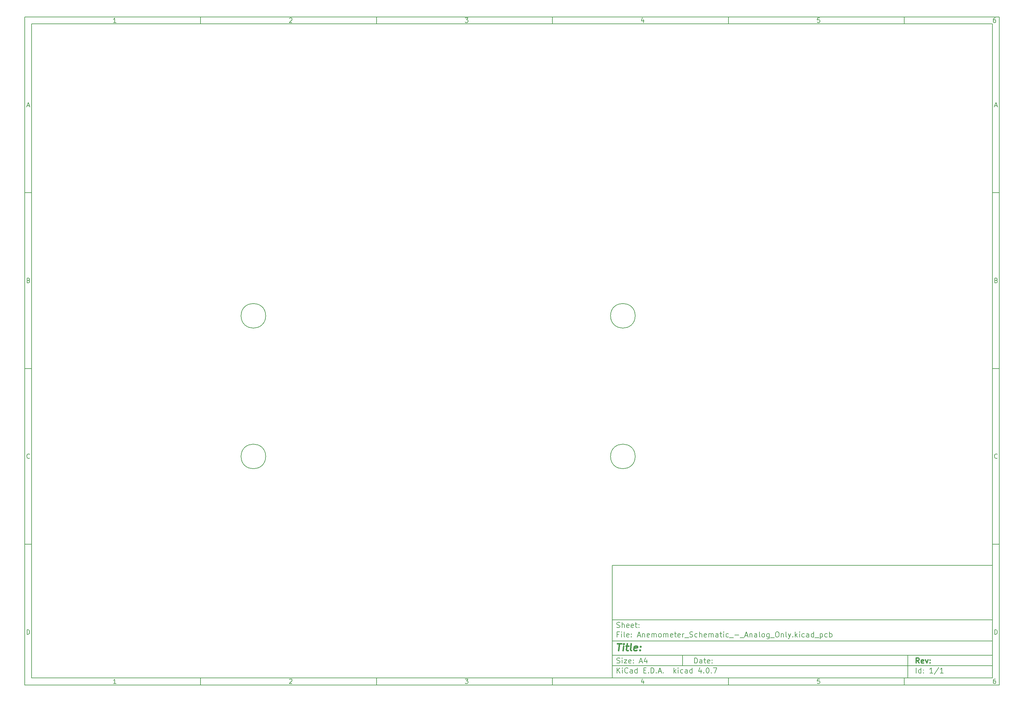
<source format=gbr>
G04 #@! TF.FileFunction,Other,Comment*
%FSLAX46Y46*%
G04 Gerber Fmt 4.6, Leading zero omitted, Abs format (unit mm)*
G04 Created by KiCad (PCBNEW 4.0.7) date Monday, February 19, 2018 'AMt' 09:37:46 AM*
%MOMM*%
%LPD*%
G01*
G04 APERTURE LIST*
%ADD10C,0.100000*%
%ADD11C,0.150000*%
%ADD12C,0.300000*%
%ADD13C,0.400000*%
G04 APERTURE END LIST*
D10*
D11*
X177002200Y-166007200D02*
X177002200Y-198007200D01*
X285002200Y-198007200D01*
X285002200Y-166007200D01*
X177002200Y-166007200D01*
D10*
D11*
X10000000Y-10000000D02*
X10000000Y-200007200D01*
X287002200Y-200007200D01*
X287002200Y-10000000D01*
X10000000Y-10000000D01*
D10*
D11*
X12000000Y-12000000D02*
X12000000Y-198007200D01*
X285002200Y-198007200D01*
X285002200Y-12000000D01*
X12000000Y-12000000D01*
D10*
D11*
X60000000Y-12000000D02*
X60000000Y-10000000D01*
D10*
D11*
X110000000Y-12000000D02*
X110000000Y-10000000D01*
D10*
D11*
X160000000Y-12000000D02*
X160000000Y-10000000D01*
D10*
D11*
X210000000Y-12000000D02*
X210000000Y-10000000D01*
D10*
D11*
X260000000Y-12000000D02*
X260000000Y-10000000D01*
D10*
D11*
X35990476Y-11588095D02*
X35247619Y-11588095D01*
X35619048Y-11588095D02*
X35619048Y-10288095D01*
X35495238Y-10473810D01*
X35371429Y-10597619D01*
X35247619Y-10659524D01*
D10*
D11*
X85247619Y-10411905D02*
X85309524Y-10350000D01*
X85433333Y-10288095D01*
X85742857Y-10288095D01*
X85866667Y-10350000D01*
X85928571Y-10411905D01*
X85990476Y-10535714D01*
X85990476Y-10659524D01*
X85928571Y-10845238D01*
X85185714Y-11588095D01*
X85990476Y-11588095D01*
D10*
D11*
X135185714Y-10288095D02*
X135990476Y-10288095D01*
X135557143Y-10783333D01*
X135742857Y-10783333D01*
X135866667Y-10845238D01*
X135928571Y-10907143D01*
X135990476Y-11030952D01*
X135990476Y-11340476D01*
X135928571Y-11464286D01*
X135866667Y-11526190D01*
X135742857Y-11588095D01*
X135371429Y-11588095D01*
X135247619Y-11526190D01*
X135185714Y-11464286D01*
D10*
D11*
X185866667Y-10721429D02*
X185866667Y-11588095D01*
X185557143Y-10226190D02*
X185247619Y-11154762D01*
X186052381Y-11154762D01*
D10*
D11*
X235928571Y-10288095D02*
X235309524Y-10288095D01*
X235247619Y-10907143D01*
X235309524Y-10845238D01*
X235433333Y-10783333D01*
X235742857Y-10783333D01*
X235866667Y-10845238D01*
X235928571Y-10907143D01*
X235990476Y-11030952D01*
X235990476Y-11340476D01*
X235928571Y-11464286D01*
X235866667Y-11526190D01*
X235742857Y-11588095D01*
X235433333Y-11588095D01*
X235309524Y-11526190D01*
X235247619Y-11464286D01*
D10*
D11*
X285866667Y-10288095D02*
X285619048Y-10288095D01*
X285495238Y-10350000D01*
X285433333Y-10411905D01*
X285309524Y-10597619D01*
X285247619Y-10845238D01*
X285247619Y-11340476D01*
X285309524Y-11464286D01*
X285371429Y-11526190D01*
X285495238Y-11588095D01*
X285742857Y-11588095D01*
X285866667Y-11526190D01*
X285928571Y-11464286D01*
X285990476Y-11340476D01*
X285990476Y-11030952D01*
X285928571Y-10907143D01*
X285866667Y-10845238D01*
X285742857Y-10783333D01*
X285495238Y-10783333D01*
X285371429Y-10845238D01*
X285309524Y-10907143D01*
X285247619Y-11030952D01*
D10*
D11*
X60000000Y-198007200D02*
X60000000Y-200007200D01*
D10*
D11*
X110000000Y-198007200D02*
X110000000Y-200007200D01*
D10*
D11*
X160000000Y-198007200D02*
X160000000Y-200007200D01*
D10*
D11*
X210000000Y-198007200D02*
X210000000Y-200007200D01*
D10*
D11*
X260000000Y-198007200D02*
X260000000Y-200007200D01*
D10*
D11*
X35990476Y-199595295D02*
X35247619Y-199595295D01*
X35619048Y-199595295D02*
X35619048Y-198295295D01*
X35495238Y-198481010D01*
X35371429Y-198604819D01*
X35247619Y-198666724D01*
D10*
D11*
X85247619Y-198419105D02*
X85309524Y-198357200D01*
X85433333Y-198295295D01*
X85742857Y-198295295D01*
X85866667Y-198357200D01*
X85928571Y-198419105D01*
X85990476Y-198542914D01*
X85990476Y-198666724D01*
X85928571Y-198852438D01*
X85185714Y-199595295D01*
X85990476Y-199595295D01*
D10*
D11*
X135185714Y-198295295D02*
X135990476Y-198295295D01*
X135557143Y-198790533D01*
X135742857Y-198790533D01*
X135866667Y-198852438D01*
X135928571Y-198914343D01*
X135990476Y-199038152D01*
X135990476Y-199347676D01*
X135928571Y-199471486D01*
X135866667Y-199533390D01*
X135742857Y-199595295D01*
X135371429Y-199595295D01*
X135247619Y-199533390D01*
X135185714Y-199471486D01*
D10*
D11*
X185866667Y-198728629D02*
X185866667Y-199595295D01*
X185557143Y-198233390D02*
X185247619Y-199161962D01*
X186052381Y-199161962D01*
D10*
D11*
X235928571Y-198295295D02*
X235309524Y-198295295D01*
X235247619Y-198914343D01*
X235309524Y-198852438D01*
X235433333Y-198790533D01*
X235742857Y-198790533D01*
X235866667Y-198852438D01*
X235928571Y-198914343D01*
X235990476Y-199038152D01*
X235990476Y-199347676D01*
X235928571Y-199471486D01*
X235866667Y-199533390D01*
X235742857Y-199595295D01*
X235433333Y-199595295D01*
X235309524Y-199533390D01*
X235247619Y-199471486D01*
D10*
D11*
X285866667Y-198295295D02*
X285619048Y-198295295D01*
X285495238Y-198357200D01*
X285433333Y-198419105D01*
X285309524Y-198604819D01*
X285247619Y-198852438D01*
X285247619Y-199347676D01*
X285309524Y-199471486D01*
X285371429Y-199533390D01*
X285495238Y-199595295D01*
X285742857Y-199595295D01*
X285866667Y-199533390D01*
X285928571Y-199471486D01*
X285990476Y-199347676D01*
X285990476Y-199038152D01*
X285928571Y-198914343D01*
X285866667Y-198852438D01*
X285742857Y-198790533D01*
X285495238Y-198790533D01*
X285371429Y-198852438D01*
X285309524Y-198914343D01*
X285247619Y-199038152D01*
D10*
D11*
X10000000Y-60000000D02*
X12000000Y-60000000D01*
D10*
D11*
X10000000Y-110000000D02*
X12000000Y-110000000D01*
D10*
D11*
X10000000Y-160000000D02*
X12000000Y-160000000D01*
D10*
D11*
X10690476Y-35216667D02*
X11309524Y-35216667D01*
X10566667Y-35588095D02*
X11000000Y-34288095D01*
X11433333Y-35588095D01*
D10*
D11*
X11092857Y-84907143D02*
X11278571Y-84969048D01*
X11340476Y-85030952D01*
X11402381Y-85154762D01*
X11402381Y-85340476D01*
X11340476Y-85464286D01*
X11278571Y-85526190D01*
X11154762Y-85588095D01*
X10659524Y-85588095D01*
X10659524Y-84288095D01*
X11092857Y-84288095D01*
X11216667Y-84350000D01*
X11278571Y-84411905D01*
X11340476Y-84535714D01*
X11340476Y-84659524D01*
X11278571Y-84783333D01*
X11216667Y-84845238D01*
X11092857Y-84907143D01*
X10659524Y-84907143D01*
D10*
D11*
X11402381Y-135464286D02*
X11340476Y-135526190D01*
X11154762Y-135588095D01*
X11030952Y-135588095D01*
X10845238Y-135526190D01*
X10721429Y-135402381D01*
X10659524Y-135278571D01*
X10597619Y-135030952D01*
X10597619Y-134845238D01*
X10659524Y-134597619D01*
X10721429Y-134473810D01*
X10845238Y-134350000D01*
X11030952Y-134288095D01*
X11154762Y-134288095D01*
X11340476Y-134350000D01*
X11402381Y-134411905D01*
D10*
D11*
X10659524Y-185588095D02*
X10659524Y-184288095D01*
X10969048Y-184288095D01*
X11154762Y-184350000D01*
X11278571Y-184473810D01*
X11340476Y-184597619D01*
X11402381Y-184845238D01*
X11402381Y-185030952D01*
X11340476Y-185278571D01*
X11278571Y-185402381D01*
X11154762Y-185526190D01*
X10969048Y-185588095D01*
X10659524Y-185588095D01*
D10*
D11*
X287002200Y-60000000D02*
X285002200Y-60000000D01*
D10*
D11*
X287002200Y-110000000D02*
X285002200Y-110000000D01*
D10*
D11*
X287002200Y-160000000D02*
X285002200Y-160000000D01*
D10*
D11*
X285692676Y-35216667D02*
X286311724Y-35216667D01*
X285568867Y-35588095D02*
X286002200Y-34288095D01*
X286435533Y-35588095D01*
D10*
D11*
X286095057Y-84907143D02*
X286280771Y-84969048D01*
X286342676Y-85030952D01*
X286404581Y-85154762D01*
X286404581Y-85340476D01*
X286342676Y-85464286D01*
X286280771Y-85526190D01*
X286156962Y-85588095D01*
X285661724Y-85588095D01*
X285661724Y-84288095D01*
X286095057Y-84288095D01*
X286218867Y-84350000D01*
X286280771Y-84411905D01*
X286342676Y-84535714D01*
X286342676Y-84659524D01*
X286280771Y-84783333D01*
X286218867Y-84845238D01*
X286095057Y-84907143D01*
X285661724Y-84907143D01*
D10*
D11*
X286404581Y-135464286D02*
X286342676Y-135526190D01*
X286156962Y-135588095D01*
X286033152Y-135588095D01*
X285847438Y-135526190D01*
X285723629Y-135402381D01*
X285661724Y-135278571D01*
X285599819Y-135030952D01*
X285599819Y-134845238D01*
X285661724Y-134597619D01*
X285723629Y-134473810D01*
X285847438Y-134350000D01*
X286033152Y-134288095D01*
X286156962Y-134288095D01*
X286342676Y-134350000D01*
X286404581Y-134411905D01*
D10*
D11*
X285661724Y-185588095D02*
X285661724Y-184288095D01*
X285971248Y-184288095D01*
X286156962Y-184350000D01*
X286280771Y-184473810D01*
X286342676Y-184597619D01*
X286404581Y-184845238D01*
X286404581Y-185030952D01*
X286342676Y-185278571D01*
X286280771Y-185402381D01*
X286156962Y-185526190D01*
X285971248Y-185588095D01*
X285661724Y-185588095D01*
D10*
D11*
X200359343Y-193785771D02*
X200359343Y-192285771D01*
X200716486Y-192285771D01*
X200930771Y-192357200D01*
X201073629Y-192500057D01*
X201145057Y-192642914D01*
X201216486Y-192928629D01*
X201216486Y-193142914D01*
X201145057Y-193428629D01*
X201073629Y-193571486D01*
X200930771Y-193714343D01*
X200716486Y-193785771D01*
X200359343Y-193785771D01*
X202502200Y-193785771D02*
X202502200Y-193000057D01*
X202430771Y-192857200D01*
X202287914Y-192785771D01*
X202002200Y-192785771D01*
X201859343Y-192857200D01*
X202502200Y-193714343D02*
X202359343Y-193785771D01*
X202002200Y-193785771D01*
X201859343Y-193714343D01*
X201787914Y-193571486D01*
X201787914Y-193428629D01*
X201859343Y-193285771D01*
X202002200Y-193214343D01*
X202359343Y-193214343D01*
X202502200Y-193142914D01*
X203002200Y-192785771D02*
X203573629Y-192785771D01*
X203216486Y-192285771D02*
X203216486Y-193571486D01*
X203287914Y-193714343D01*
X203430772Y-193785771D01*
X203573629Y-193785771D01*
X204645057Y-193714343D02*
X204502200Y-193785771D01*
X204216486Y-193785771D01*
X204073629Y-193714343D01*
X204002200Y-193571486D01*
X204002200Y-193000057D01*
X204073629Y-192857200D01*
X204216486Y-192785771D01*
X204502200Y-192785771D01*
X204645057Y-192857200D01*
X204716486Y-193000057D01*
X204716486Y-193142914D01*
X204002200Y-193285771D01*
X205359343Y-193642914D02*
X205430771Y-193714343D01*
X205359343Y-193785771D01*
X205287914Y-193714343D01*
X205359343Y-193642914D01*
X205359343Y-193785771D01*
X205359343Y-192857200D02*
X205430771Y-192928629D01*
X205359343Y-193000057D01*
X205287914Y-192928629D01*
X205359343Y-192857200D01*
X205359343Y-193000057D01*
D10*
D11*
X177002200Y-194507200D02*
X285002200Y-194507200D01*
D10*
D11*
X178359343Y-196585771D02*
X178359343Y-195085771D01*
X179216486Y-196585771D02*
X178573629Y-195728629D01*
X179216486Y-195085771D02*
X178359343Y-195942914D01*
X179859343Y-196585771D02*
X179859343Y-195585771D01*
X179859343Y-195085771D02*
X179787914Y-195157200D01*
X179859343Y-195228629D01*
X179930771Y-195157200D01*
X179859343Y-195085771D01*
X179859343Y-195228629D01*
X181430772Y-196442914D02*
X181359343Y-196514343D01*
X181145057Y-196585771D01*
X181002200Y-196585771D01*
X180787915Y-196514343D01*
X180645057Y-196371486D01*
X180573629Y-196228629D01*
X180502200Y-195942914D01*
X180502200Y-195728629D01*
X180573629Y-195442914D01*
X180645057Y-195300057D01*
X180787915Y-195157200D01*
X181002200Y-195085771D01*
X181145057Y-195085771D01*
X181359343Y-195157200D01*
X181430772Y-195228629D01*
X182716486Y-196585771D02*
X182716486Y-195800057D01*
X182645057Y-195657200D01*
X182502200Y-195585771D01*
X182216486Y-195585771D01*
X182073629Y-195657200D01*
X182716486Y-196514343D02*
X182573629Y-196585771D01*
X182216486Y-196585771D01*
X182073629Y-196514343D01*
X182002200Y-196371486D01*
X182002200Y-196228629D01*
X182073629Y-196085771D01*
X182216486Y-196014343D01*
X182573629Y-196014343D01*
X182716486Y-195942914D01*
X184073629Y-196585771D02*
X184073629Y-195085771D01*
X184073629Y-196514343D02*
X183930772Y-196585771D01*
X183645058Y-196585771D01*
X183502200Y-196514343D01*
X183430772Y-196442914D01*
X183359343Y-196300057D01*
X183359343Y-195871486D01*
X183430772Y-195728629D01*
X183502200Y-195657200D01*
X183645058Y-195585771D01*
X183930772Y-195585771D01*
X184073629Y-195657200D01*
X185930772Y-195800057D02*
X186430772Y-195800057D01*
X186645058Y-196585771D02*
X185930772Y-196585771D01*
X185930772Y-195085771D01*
X186645058Y-195085771D01*
X187287915Y-196442914D02*
X187359343Y-196514343D01*
X187287915Y-196585771D01*
X187216486Y-196514343D01*
X187287915Y-196442914D01*
X187287915Y-196585771D01*
X188002201Y-196585771D02*
X188002201Y-195085771D01*
X188359344Y-195085771D01*
X188573629Y-195157200D01*
X188716487Y-195300057D01*
X188787915Y-195442914D01*
X188859344Y-195728629D01*
X188859344Y-195942914D01*
X188787915Y-196228629D01*
X188716487Y-196371486D01*
X188573629Y-196514343D01*
X188359344Y-196585771D01*
X188002201Y-196585771D01*
X189502201Y-196442914D02*
X189573629Y-196514343D01*
X189502201Y-196585771D01*
X189430772Y-196514343D01*
X189502201Y-196442914D01*
X189502201Y-196585771D01*
X190145058Y-196157200D02*
X190859344Y-196157200D01*
X190002201Y-196585771D02*
X190502201Y-195085771D01*
X191002201Y-196585771D01*
X191502201Y-196442914D02*
X191573629Y-196514343D01*
X191502201Y-196585771D01*
X191430772Y-196514343D01*
X191502201Y-196442914D01*
X191502201Y-196585771D01*
X194502201Y-196585771D02*
X194502201Y-195085771D01*
X194645058Y-196014343D02*
X195073629Y-196585771D01*
X195073629Y-195585771D02*
X194502201Y-196157200D01*
X195716487Y-196585771D02*
X195716487Y-195585771D01*
X195716487Y-195085771D02*
X195645058Y-195157200D01*
X195716487Y-195228629D01*
X195787915Y-195157200D01*
X195716487Y-195085771D01*
X195716487Y-195228629D01*
X197073630Y-196514343D02*
X196930773Y-196585771D01*
X196645059Y-196585771D01*
X196502201Y-196514343D01*
X196430773Y-196442914D01*
X196359344Y-196300057D01*
X196359344Y-195871486D01*
X196430773Y-195728629D01*
X196502201Y-195657200D01*
X196645059Y-195585771D01*
X196930773Y-195585771D01*
X197073630Y-195657200D01*
X198359344Y-196585771D02*
X198359344Y-195800057D01*
X198287915Y-195657200D01*
X198145058Y-195585771D01*
X197859344Y-195585771D01*
X197716487Y-195657200D01*
X198359344Y-196514343D02*
X198216487Y-196585771D01*
X197859344Y-196585771D01*
X197716487Y-196514343D01*
X197645058Y-196371486D01*
X197645058Y-196228629D01*
X197716487Y-196085771D01*
X197859344Y-196014343D01*
X198216487Y-196014343D01*
X198359344Y-195942914D01*
X199716487Y-196585771D02*
X199716487Y-195085771D01*
X199716487Y-196514343D02*
X199573630Y-196585771D01*
X199287916Y-196585771D01*
X199145058Y-196514343D01*
X199073630Y-196442914D01*
X199002201Y-196300057D01*
X199002201Y-195871486D01*
X199073630Y-195728629D01*
X199145058Y-195657200D01*
X199287916Y-195585771D01*
X199573630Y-195585771D01*
X199716487Y-195657200D01*
X202216487Y-195585771D02*
X202216487Y-196585771D01*
X201859344Y-195014343D02*
X201502201Y-196085771D01*
X202430773Y-196085771D01*
X203002201Y-196442914D02*
X203073629Y-196514343D01*
X203002201Y-196585771D01*
X202930772Y-196514343D01*
X203002201Y-196442914D01*
X203002201Y-196585771D01*
X204002201Y-195085771D02*
X204145058Y-195085771D01*
X204287915Y-195157200D01*
X204359344Y-195228629D01*
X204430773Y-195371486D01*
X204502201Y-195657200D01*
X204502201Y-196014343D01*
X204430773Y-196300057D01*
X204359344Y-196442914D01*
X204287915Y-196514343D01*
X204145058Y-196585771D01*
X204002201Y-196585771D01*
X203859344Y-196514343D01*
X203787915Y-196442914D01*
X203716487Y-196300057D01*
X203645058Y-196014343D01*
X203645058Y-195657200D01*
X203716487Y-195371486D01*
X203787915Y-195228629D01*
X203859344Y-195157200D01*
X204002201Y-195085771D01*
X205145058Y-196442914D02*
X205216486Y-196514343D01*
X205145058Y-196585771D01*
X205073629Y-196514343D01*
X205145058Y-196442914D01*
X205145058Y-196585771D01*
X205716487Y-195085771D02*
X206716487Y-195085771D01*
X206073630Y-196585771D01*
D10*
D11*
X177002200Y-191507200D02*
X285002200Y-191507200D01*
D10*
D12*
X264216486Y-193785771D02*
X263716486Y-193071486D01*
X263359343Y-193785771D02*
X263359343Y-192285771D01*
X263930771Y-192285771D01*
X264073629Y-192357200D01*
X264145057Y-192428629D01*
X264216486Y-192571486D01*
X264216486Y-192785771D01*
X264145057Y-192928629D01*
X264073629Y-193000057D01*
X263930771Y-193071486D01*
X263359343Y-193071486D01*
X265430771Y-193714343D02*
X265287914Y-193785771D01*
X265002200Y-193785771D01*
X264859343Y-193714343D01*
X264787914Y-193571486D01*
X264787914Y-193000057D01*
X264859343Y-192857200D01*
X265002200Y-192785771D01*
X265287914Y-192785771D01*
X265430771Y-192857200D01*
X265502200Y-193000057D01*
X265502200Y-193142914D01*
X264787914Y-193285771D01*
X266002200Y-192785771D02*
X266359343Y-193785771D01*
X266716485Y-192785771D01*
X267287914Y-193642914D02*
X267359342Y-193714343D01*
X267287914Y-193785771D01*
X267216485Y-193714343D01*
X267287914Y-193642914D01*
X267287914Y-193785771D01*
X267287914Y-192857200D02*
X267359342Y-192928629D01*
X267287914Y-193000057D01*
X267216485Y-192928629D01*
X267287914Y-192857200D01*
X267287914Y-193000057D01*
D10*
D11*
X178287914Y-193714343D02*
X178502200Y-193785771D01*
X178859343Y-193785771D01*
X179002200Y-193714343D01*
X179073629Y-193642914D01*
X179145057Y-193500057D01*
X179145057Y-193357200D01*
X179073629Y-193214343D01*
X179002200Y-193142914D01*
X178859343Y-193071486D01*
X178573629Y-193000057D01*
X178430771Y-192928629D01*
X178359343Y-192857200D01*
X178287914Y-192714343D01*
X178287914Y-192571486D01*
X178359343Y-192428629D01*
X178430771Y-192357200D01*
X178573629Y-192285771D01*
X178930771Y-192285771D01*
X179145057Y-192357200D01*
X179787914Y-193785771D02*
X179787914Y-192785771D01*
X179787914Y-192285771D02*
X179716485Y-192357200D01*
X179787914Y-192428629D01*
X179859342Y-192357200D01*
X179787914Y-192285771D01*
X179787914Y-192428629D01*
X180359343Y-192785771D02*
X181145057Y-192785771D01*
X180359343Y-193785771D01*
X181145057Y-193785771D01*
X182287914Y-193714343D02*
X182145057Y-193785771D01*
X181859343Y-193785771D01*
X181716486Y-193714343D01*
X181645057Y-193571486D01*
X181645057Y-193000057D01*
X181716486Y-192857200D01*
X181859343Y-192785771D01*
X182145057Y-192785771D01*
X182287914Y-192857200D01*
X182359343Y-193000057D01*
X182359343Y-193142914D01*
X181645057Y-193285771D01*
X183002200Y-193642914D02*
X183073628Y-193714343D01*
X183002200Y-193785771D01*
X182930771Y-193714343D01*
X183002200Y-193642914D01*
X183002200Y-193785771D01*
X183002200Y-192857200D02*
X183073628Y-192928629D01*
X183002200Y-193000057D01*
X182930771Y-192928629D01*
X183002200Y-192857200D01*
X183002200Y-193000057D01*
X184787914Y-193357200D02*
X185502200Y-193357200D01*
X184645057Y-193785771D02*
X185145057Y-192285771D01*
X185645057Y-193785771D01*
X186787914Y-192785771D02*
X186787914Y-193785771D01*
X186430771Y-192214343D02*
X186073628Y-193285771D01*
X187002200Y-193285771D01*
D10*
D11*
X263359343Y-196585771D02*
X263359343Y-195085771D01*
X264716486Y-196585771D02*
X264716486Y-195085771D01*
X264716486Y-196514343D02*
X264573629Y-196585771D01*
X264287915Y-196585771D01*
X264145057Y-196514343D01*
X264073629Y-196442914D01*
X264002200Y-196300057D01*
X264002200Y-195871486D01*
X264073629Y-195728629D01*
X264145057Y-195657200D01*
X264287915Y-195585771D01*
X264573629Y-195585771D01*
X264716486Y-195657200D01*
X265430772Y-196442914D02*
X265502200Y-196514343D01*
X265430772Y-196585771D01*
X265359343Y-196514343D01*
X265430772Y-196442914D01*
X265430772Y-196585771D01*
X265430772Y-195657200D02*
X265502200Y-195728629D01*
X265430772Y-195800057D01*
X265359343Y-195728629D01*
X265430772Y-195657200D01*
X265430772Y-195800057D01*
X268073629Y-196585771D02*
X267216486Y-196585771D01*
X267645058Y-196585771D02*
X267645058Y-195085771D01*
X267502201Y-195300057D01*
X267359343Y-195442914D01*
X267216486Y-195514343D01*
X269787914Y-195014343D02*
X268502200Y-196942914D01*
X271073629Y-196585771D02*
X270216486Y-196585771D01*
X270645058Y-196585771D02*
X270645058Y-195085771D01*
X270502201Y-195300057D01*
X270359343Y-195442914D01*
X270216486Y-195514343D01*
D10*
D11*
X177002200Y-187507200D02*
X285002200Y-187507200D01*
D10*
D13*
X178454581Y-188211962D02*
X179597438Y-188211962D01*
X178776010Y-190211962D02*
X179026010Y-188211962D01*
X180014105Y-190211962D02*
X180180771Y-188878629D01*
X180264105Y-188211962D02*
X180156962Y-188307200D01*
X180240295Y-188402438D01*
X180347439Y-188307200D01*
X180264105Y-188211962D01*
X180240295Y-188402438D01*
X180847438Y-188878629D02*
X181609343Y-188878629D01*
X181216486Y-188211962D02*
X181002200Y-189926248D01*
X181073630Y-190116724D01*
X181252201Y-190211962D01*
X181442677Y-190211962D01*
X182395058Y-190211962D02*
X182216487Y-190116724D01*
X182145057Y-189926248D01*
X182359343Y-188211962D01*
X183930772Y-190116724D02*
X183728391Y-190211962D01*
X183347439Y-190211962D01*
X183168867Y-190116724D01*
X183097438Y-189926248D01*
X183192676Y-189164343D01*
X183311724Y-188973867D01*
X183514105Y-188878629D01*
X183895057Y-188878629D01*
X184073629Y-188973867D01*
X184145057Y-189164343D01*
X184121248Y-189354819D01*
X183145057Y-189545295D01*
X184895057Y-190021486D02*
X184978392Y-190116724D01*
X184871248Y-190211962D01*
X184787915Y-190116724D01*
X184895057Y-190021486D01*
X184871248Y-190211962D01*
X185026010Y-188973867D02*
X185109344Y-189069105D01*
X185002200Y-189164343D01*
X184918867Y-189069105D01*
X185026010Y-188973867D01*
X185002200Y-189164343D01*
D10*
D11*
X178859343Y-185600057D02*
X178359343Y-185600057D01*
X178359343Y-186385771D02*
X178359343Y-184885771D01*
X179073629Y-184885771D01*
X179645057Y-186385771D02*
X179645057Y-185385771D01*
X179645057Y-184885771D02*
X179573628Y-184957200D01*
X179645057Y-185028629D01*
X179716485Y-184957200D01*
X179645057Y-184885771D01*
X179645057Y-185028629D01*
X180573629Y-186385771D02*
X180430771Y-186314343D01*
X180359343Y-186171486D01*
X180359343Y-184885771D01*
X181716485Y-186314343D02*
X181573628Y-186385771D01*
X181287914Y-186385771D01*
X181145057Y-186314343D01*
X181073628Y-186171486D01*
X181073628Y-185600057D01*
X181145057Y-185457200D01*
X181287914Y-185385771D01*
X181573628Y-185385771D01*
X181716485Y-185457200D01*
X181787914Y-185600057D01*
X181787914Y-185742914D01*
X181073628Y-185885771D01*
X182430771Y-186242914D02*
X182502199Y-186314343D01*
X182430771Y-186385771D01*
X182359342Y-186314343D01*
X182430771Y-186242914D01*
X182430771Y-186385771D01*
X182430771Y-185457200D02*
X182502199Y-185528629D01*
X182430771Y-185600057D01*
X182359342Y-185528629D01*
X182430771Y-185457200D01*
X182430771Y-185600057D01*
X184216485Y-185957200D02*
X184930771Y-185957200D01*
X184073628Y-186385771D02*
X184573628Y-184885771D01*
X185073628Y-186385771D01*
X185573628Y-185385771D02*
X185573628Y-186385771D01*
X185573628Y-185528629D02*
X185645056Y-185457200D01*
X185787914Y-185385771D01*
X186002199Y-185385771D01*
X186145056Y-185457200D01*
X186216485Y-185600057D01*
X186216485Y-186385771D01*
X187502199Y-186314343D02*
X187359342Y-186385771D01*
X187073628Y-186385771D01*
X186930771Y-186314343D01*
X186859342Y-186171486D01*
X186859342Y-185600057D01*
X186930771Y-185457200D01*
X187073628Y-185385771D01*
X187359342Y-185385771D01*
X187502199Y-185457200D01*
X187573628Y-185600057D01*
X187573628Y-185742914D01*
X186859342Y-185885771D01*
X188216485Y-186385771D02*
X188216485Y-185385771D01*
X188216485Y-185528629D02*
X188287913Y-185457200D01*
X188430771Y-185385771D01*
X188645056Y-185385771D01*
X188787913Y-185457200D01*
X188859342Y-185600057D01*
X188859342Y-186385771D01*
X188859342Y-185600057D02*
X188930771Y-185457200D01*
X189073628Y-185385771D01*
X189287913Y-185385771D01*
X189430771Y-185457200D01*
X189502199Y-185600057D01*
X189502199Y-186385771D01*
X190430771Y-186385771D02*
X190287913Y-186314343D01*
X190216485Y-186242914D01*
X190145056Y-186100057D01*
X190145056Y-185671486D01*
X190216485Y-185528629D01*
X190287913Y-185457200D01*
X190430771Y-185385771D01*
X190645056Y-185385771D01*
X190787913Y-185457200D01*
X190859342Y-185528629D01*
X190930771Y-185671486D01*
X190930771Y-186100057D01*
X190859342Y-186242914D01*
X190787913Y-186314343D01*
X190645056Y-186385771D01*
X190430771Y-186385771D01*
X191573628Y-186385771D02*
X191573628Y-185385771D01*
X191573628Y-185528629D02*
X191645056Y-185457200D01*
X191787914Y-185385771D01*
X192002199Y-185385771D01*
X192145056Y-185457200D01*
X192216485Y-185600057D01*
X192216485Y-186385771D01*
X192216485Y-185600057D02*
X192287914Y-185457200D01*
X192430771Y-185385771D01*
X192645056Y-185385771D01*
X192787914Y-185457200D01*
X192859342Y-185600057D01*
X192859342Y-186385771D01*
X194145056Y-186314343D02*
X194002199Y-186385771D01*
X193716485Y-186385771D01*
X193573628Y-186314343D01*
X193502199Y-186171486D01*
X193502199Y-185600057D01*
X193573628Y-185457200D01*
X193716485Y-185385771D01*
X194002199Y-185385771D01*
X194145056Y-185457200D01*
X194216485Y-185600057D01*
X194216485Y-185742914D01*
X193502199Y-185885771D01*
X194645056Y-185385771D02*
X195216485Y-185385771D01*
X194859342Y-184885771D02*
X194859342Y-186171486D01*
X194930770Y-186314343D01*
X195073628Y-186385771D01*
X195216485Y-186385771D01*
X196287913Y-186314343D02*
X196145056Y-186385771D01*
X195859342Y-186385771D01*
X195716485Y-186314343D01*
X195645056Y-186171486D01*
X195645056Y-185600057D01*
X195716485Y-185457200D01*
X195859342Y-185385771D01*
X196145056Y-185385771D01*
X196287913Y-185457200D01*
X196359342Y-185600057D01*
X196359342Y-185742914D01*
X195645056Y-185885771D01*
X197002199Y-186385771D02*
X197002199Y-185385771D01*
X197002199Y-185671486D02*
X197073627Y-185528629D01*
X197145056Y-185457200D01*
X197287913Y-185385771D01*
X197430770Y-185385771D01*
X197573627Y-186528629D02*
X198716484Y-186528629D01*
X199002198Y-186314343D02*
X199216484Y-186385771D01*
X199573627Y-186385771D01*
X199716484Y-186314343D01*
X199787913Y-186242914D01*
X199859341Y-186100057D01*
X199859341Y-185957200D01*
X199787913Y-185814343D01*
X199716484Y-185742914D01*
X199573627Y-185671486D01*
X199287913Y-185600057D01*
X199145055Y-185528629D01*
X199073627Y-185457200D01*
X199002198Y-185314343D01*
X199002198Y-185171486D01*
X199073627Y-185028629D01*
X199145055Y-184957200D01*
X199287913Y-184885771D01*
X199645055Y-184885771D01*
X199859341Y-184957200D01*
X201145055Y-186314343D02*
X201002198Y-186385771D01*
X200716484Y-186385771D01*
X200573626Y-186314343D01*
X200502198Y-186242914D01*
X200430769Y-186100057D01*
X200430769Y-185671486D01*
X200502198Y-185528629D01*
X200573626Y-185457200D01*
X200716484Y-185385771D01*
X201002198Y-185385771D01*
X201145055Y-185457200D01*
X201787912Y-186385771D02*
X201787912Y-184885771D01*
X202430769Y-186385771D02*
X202430769Y-185600057D01*
X202359340Y-185457200D01*
X202216483Y-185385771D01*
X202002198Y-185385771D01*
X201859340Y-185457200D01*
X201787912Y-185528629D01*
X203716483Y-186314343D02*
X203573626Y-186385771D01*
X203287912Y-186385771D01*
X203145055Y-186314343D01*
X203073626Y-186171486D01*
X203073626Y-185600057D01*
X203145055Y-185457200D01*
X203287912Y-185385771D01*
X203573626Y-185385771D01*
X203716483Y-185457200D01*
X203787912Y-185600057D01*
X203787912Y-185742914D01*
X203073626Y-185885771D01*
X204430769Y-186385771D02*
X204430769Y-185385771D01*
X204430769Y-185528629D02*
X204502197Y-185457200D01*
X204645055Y-185385771D01*
X204859340Y-185385771D01*
X205002197Y-185457200D01*
X205073626Y-185600057D01*
X205073626Y-186385771D01*
X205073626Y-185600057D02*
X205145055Y-185457200D01*
X205287912Y-185385771D01*
X205502197Y-185385771D01*
X205645055Y-185457200D01*
X205716483Y-185600057D01*
X205716483Y-186385771D01*
X207073626Y-186385771D02*
X207073626Y-185600057D01*
X207002197Y-185457200D01*
X206859340Y-185385771D01*
X206573626Y-185385771D01*
X206430769Y-185457200D01*
X207073626Y-186314343D02*
X206930769Y-186385771D01*
X206573626Y-186385771D01*
X206430769Y-186314343D01*
X206359340Y-186171486D01*
X206359340Y-186028629D01*
X206430769Y-185885771D01*
X206573626Y-185814343D01*
X206930769Y-185814343D01*
X207073626Y-185742914D01*
X207573626Y-185385771D02*
X208145055Y-185385771D01*
X207787912Y-184885771D02*
X207787912Y-186171486D01*
X207859340Y-186314343D01*
X208002198Y-186385771D01*
X208145055Y-186385771D01*
X208645055Y-186385771D02*
X208645055Y-185385771D01*
X208645055Y-184885771D02*
X208573626Y-184957200D01*
X208645055Y-185028629D01*
X208716483Y-184957200D01*
X208645055Y-184885771D01*
X208645055Y-185028629D01*
X210002198Y-186314343D02*
X209859341Y-186385771D01*
X209573627Y-186385771D01*
X209430769Y-186314343D01*
X209359341Y-186242914D01*
X209287912Y-186100057D01*
X209287912Y-185671486D01*
X209359341Y-185528629D01*
X209430769Y-185457200D01*
X209573627Y-185385771D01*
X209859341Y-185385771D01*
X210002198Y-185457200D01*
X210287912Y-186528629D02*
X211430769Y-186528629D01*
X211787912Y-185814343D02*
X212930769Y-185814343D01*
X213287912Y-186528629D02*
X214430769Y-186528629D01*
X214716483Y-185957200D02*
X215430769Y-185957200D01*
X214573626Y-186385771D02*
X215073626Y-184885771D01*
X215573626Y-186385771D01*
X216073626Y-185385771D02*
X216073626Y-186385771D01*
X216073626Y-185528629D02*
X216145054Y-185457200D01*
X216287912Y-185385771D01*
X216502197Y-185385771D01*
X216645054Y-185457200D01*
X216716483Y-185600057D01*
X216716483Y-186385771D01*
X218073626Y-186385771D02*
X218073626Y-185600057D01*
X218002197Y-185457200D01*
X217859340Y-185385771D01*
X217573626Y-185385771D01*
X217430769Y-185457200D01*
X218073626Y-186314343D02*
X217930769Y-186385771D01*
X217573626Y-186385771D01*
X217430769Y-186314343D01*
X217359340Y-186171486D01*
X217359340Y-186028629D01*
X217430769Y-185885771D01*
X217573626Y-185814343D01*
X217930769Y-185814343D01*
X218073626Y-185742914D01*
X219002198Y-186385771D02*
X218859340Y-186314343D01*
X218787912Y-186171486D01*
X218787912Y-184885771D01*
X219787912Y-186385771D02*
X219645054Y-186314343D01*
X219573626Y-186242914D01*
X219502197Y-186100057D01*
X219502197Y-185671486D01*
X219573626Y-185528629D01*
X219645054Y-185457200D01*
X219787912Y-185385771D01*
X220002197Y-185385771D01*
X220145054Y-185457200D01*
X220216483Y-185528629D01*
X220287912Y-185671486D01*
X220287912Y-186100057D01*
X220216483Y-186242914D01*
X220145054Y-186314343D01*
X220002197Y-186385771D01*
X219787912Y-186385771D01*
X221573626Y-185385771D02*
X221573626Y-186600057D01*
X221502197Y-186742914D01*
X221430769Y-186814343D01*
X221287912Y-186885771D01*
X221073626Y-186885771D01*
X220930769Y-186814343D01*
X221573626Y-186314343D02*
X221430769Y-186385771D01*
X221145055Y-186385771D01*
X221002197Y-186314343D01*
X220930769Y-186242914D01*
X220859340Y-186100057D01*
X220859340Y-185671486D01*
X220930769Y-185528629D01*
X221002197Y-185457200D01*
X221145055Y-185385771D01*
X221430769Y-185385771D01*
X221573626Y-185457200D01*
X221930769Y-186528629D02*
X223073626Y-186528629D01*
X223716483Y-184885771D02*
X224002197Y-184885771D01*
X224145055Y-184957200D01*
X224287912Y-185100057D01*
X224359340Y-185385771D01*
X224359340Y-185885771D01*
X224287912Y-186171486D01*
X224145055Y-186314343D01*
X224002197Y-186385771D01*
X223716483Y-186385771D01*
X223573626Y-186314343D01*
X223430769Y-186171486D01*
X223359340Y-185885771D01*
X223359340Y-185385771D01*
X223430769Y-185100057D01*
X223573626Y-184957200D01*
X223716483Y-184885771D01*
X225002198Y-185385771D02*
X225002198Y-186385771D01*
X225002198Y-185528629D02*
X225073626Y-185457200D01*
X225216484Y-185385771D01*
X225430769Y-185385771D01*
X225573626Y-185457200D01*
X225645055Y-185600057D01*
X225645055Y-186385771D01*
X226573627Y-186385771D02*
X226430769Y-186314343D01*
X226359341Y-186171486D01*
X226359341Y-184885771D01*
X227002198Y-185385771D02*
X227359341Y-186385771D01*
X227716483Y-185385771D02*
X227359341Y-186385771D01*
X227216483Y-186742914D01*
X227145055Y-186814343D01*
X227002198Y-186885771D01*
X228287912Y-186242914D02*
X228359340Y-186314343D01*
X228287912Y-186385771D01*
X228216483Y-186314343D01*
X228287912Y-186242914D01*
X228287912Y-186385771D01*
X229002198Y-186385771D02*
X229002198Y-184885771D01*
X229145055Y-185814343D02*
X229573626Y-186385771D01*
X229573626Y-185385771D02*
X229002198Y-185957200D01*
X230216484Y-186385771D02*
X230216484Y-185385771D01*
X230216484Y-184885771D02*
X230145055Y-184957200D01*
X230216484Y-185028629D01*
X230287912Y-184957200D01*
X230216484Y-184885771D01*
X230216484Y-185028629D01*
X231573627Y-186314343D02*
X231430770Y-186385771D01*
X231145056Y-186385771D01*
X231002198Y-186314343D01*
X230930770Y-186242914D01*
X230859341Y-186100057D01*
X230859341Y-185671486D01*
X230930770Y-185528629D01*
X231002198Y-185457200D01*
X231145056Y-185385771D01*
X231430770Y-185385771D01*
X231573627Y-185457200D01*
X232859341Y-186385771D02*
X232859341Y-185600057D01*
X232787912Y-185457200D01*
X232645055Y-185385771D01*
X232359341Y-185385771D01*
X232216484Y-185457200D01*
X232859341Y-186314343D02*
X232716484Y-186385771D01*
X232359341Y-186385771D01*
X232216484Y-186314343D01*
X232145055Y-186171486D01*
X232145055Y-186028629D01*
X232216484Y-185885771D01*
X232359341Y-185814343D01*
X232716484Y-185814343D01*
X232859341Y-185742914D01*
X234216484Y-186385771D02*
X234216484Y-184885771D01*
X234216484Y-186314343D02*
X234073627Y-186385771D01*
X233787913Y-186385771D01*
X233645055Y-186314343D01*
X233573627Y-186242914D01*
X233502198Y-186100057D01*
X233502198Y-185671486D01*
X233573627Y-185528629D01*
X233645055Y-185457200D01*
X233787913Y-185385771D01*
X234073627Y-185385771D01*
X234216484Y-185457200D01*
X234573627Y-186528629D02*
X235716484Y-186528629D01*
X236073627Y-185385771D02*
X236073627Y-186885771D01*
X236073627Y-185457200D02*
X236216484Y-185385771D01*
X236502198Y-185385771D01*
X236645055Y-185457200D01*
X236716484Y-185528629D01*
X236787913Y-185671486D01*
X236787913Y-186100057D01*
X236716484Y-186242914D01*
X236645055Y-186314343D01*
X236502198Y-186385771D01*
X236216484Y-186385771D01*
X236073627Y-186314343D01*
X238073627Y-186314343D02*
X237930770Y-186385771D01*
X237645056Y-186385771D01*
X237502198Y-186314343D01*
X237430770Y-186242914D01*
X237359341Y-186100057D01*
X237359341Y-185671486D01*
X237430770Y-185528629D01*
X237502198Y-185457200D01*
X237645056Y-185385771D01*
X237930770Y-185385771D01*
X238073627Y-185457200D01*
X238716484Y-186385771D02*
X238716484Y-184885771D01*
X238716484Y-185457200D02*
X238859341Y-185385771D01*
X239145055Y-185385771D01*
X239287912Y-185457200D01*
X239359341Y-185528629D01*
X239430770Y-185671486D01*
X239430770Y-186100057D01*
X239359341Y-186242914D01*
X239287912Y-186314343D01*
X239145055Y-186385771D01*
X238859341Y-186385771D01*
X238716484Y-186314343D01*
D10*
D11*
X177002200Y-181507200D02*
X285002200Y-181507200D01*
D10*
D11*
X178287914Y-183614343D02*
X178502200Y-183685771D01*
X178859343Y-183685771D01*
X179002200Y-183614343D01*
X179073629Y-183542914D01*
X179145057Y-183400057D01*
X179145057Y-183257200D01*
X179073629Y-183114343D01*
X179002200Y-183042914D01*
X178859343Y-182971486D01*
X178573629Y-182900057D01*
X178430771Y-182828629D01*
X178359343Y-182757200D01*
X178287914Y-182614343D01*
X178287914Y-182471486D01*
X178359343Y-182328629D01*
X178430771Y-182257200D01*
X178573629Y-182185771D01*
X178930771Y-182185771D01*
X179145057Y-182257200D01*
X179787914Y-183685771D02*
X179787914Y-182185771D01*
X180430771Y-183685771D02*
X180430771Y-182900057D01*
X180359342Y-182757200D01*
X180216485Y-182685771D01*
X180002200Y-182685771D01*
X179859342Y-182757200D01*
X179787914Y-182828629D01*
X181716485Y-183614343D02*
X181573628Y-183685771D01*
X181287914Y-183685771D01*
X181145057Y-183614343D01*
X181073628Y-183471486D01*
X181073628Y-182900057D01*
X181145057Y-182757200D01*
X181287914Y-182685771D01*
X181573628Y-182685771D01*
X181716485Y-182757200D01*
X181787914Y-182900057D01*
X181787914Y-183042914D01*
X181073628Y-183185771D01*
X183002199Y-183614343D02*
X182859342Y-183685771D01*
X182573628Y-183685771D01*
X182430771Y-183614343D01*
X182359342Y-183471486D01*
X182359342Y-182900057D01*
X182430771Y-182757200D01*
X182573628Y-182685771D01*
X182859342Y-182685771D01*
X183002199Y-182757200D01*
X183073628Y-182900057D01*
X183073628Y-183042914D01*
X182359342Y-183185771D01*
X183502199Y-182685771D02*
X184073628Y-182685771D01*
X183716485Y-182185771D02*
X183716485Y-183471486D01*
X183787913Y-183614343D01*
X183930771Y-183685771D01*
X184073628Y-183685771D01*
X184573628Y-183542914D02*
X184645056Y-183614343D01*
X184573628Y-183685771D01*
X184502199Y-183614343D01*
X184573628Y-183542914D01*
X184573628Y-183685771D01*
X184573628Y-182757200D02*
X184645056Y-182828629D01*
X184573628Y-182900057D01*
X184502199Y-182828629D01*
X184573628Y-182757200D01*
X184573628Y-182900057D01*
D10*
D11*
X197002200Y-191507200D02*
X197002200Y-194507200D01*
D10*
D11*
X261002200Y-191507200D02*
X261002200Y-198007200D01*
X78500000Y-95000000D02*
G75*
G03X78500000Y-95000000I-3500000J0D01*
G01*
X78500000Y-135000000D02*
G75*
G03X78500000Y-135000000I-3500000J0D01*
G01*
X183500000Y-135000000D02*
G75*
G03X183500000Y-135000000I-3500000J0D01*
G01*
X183500000Y-95000000D02*
G75*
G03X183500000Y-95000000I-3500000J0D01*
G01*
M02*

</source>
